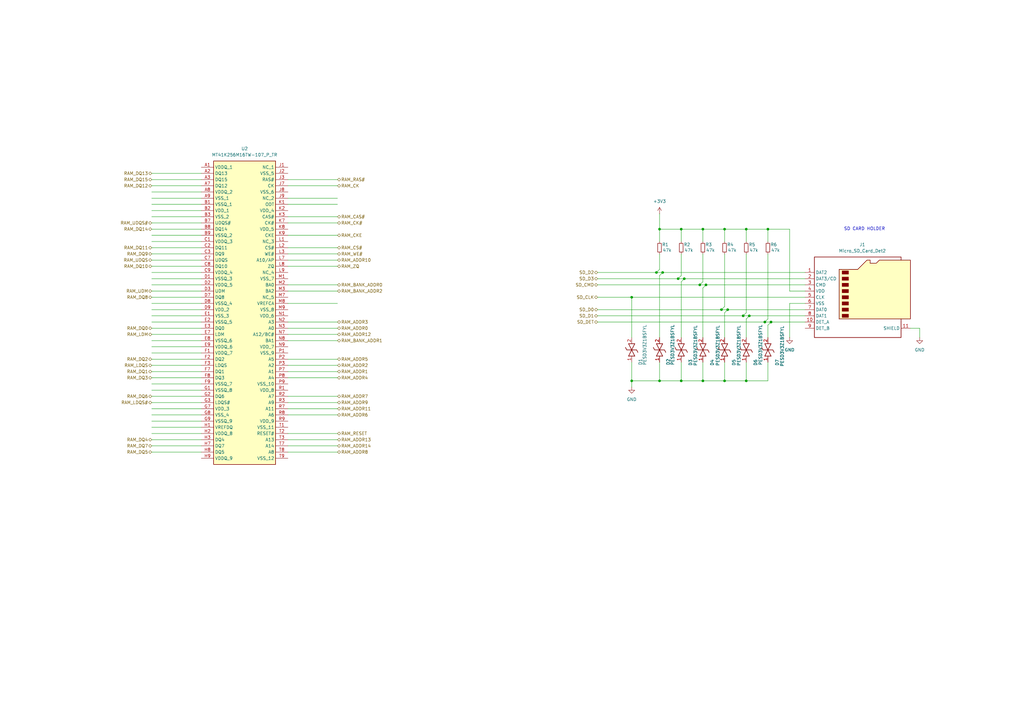
<source format=kicad_sch>
(kicad_sch (version 20231120) (generator "eeschema") (generator_version "8.0")
  (paper "A3")
  (lib_symbols
    (symbol "Chase_Diode:PESD3V3Z1BSFYL" (pin_names hide)
      (property "Reference" "D" (at 5.08 6.35 0))
      (property "Value" "PESD3V3Z1BSFYL" (at 5.08 3.81 0))
      (symbol "PESD3V3Z1BSFYL_1_1"
        (polyline (pts (xy 5.08 1.27) (xy 5.08 -1.27)) (stroke (width 0.254)))
        (polyline (pts (xy 5.08 1.27) (xy 7.62 0)) (stroke (width 0.254)))
        (polyline (pts (xy 7.62 -2.032) (xy 6.604 -2.54)) (stroke (width 0.254)))
        (polyline (pts (xy 7.62 -1.905) (xy 7.62 1.905)) (stroke (width 0.254)))
        (polyline (pts (xy 7.62 0) (xy 5.08 -1.27)) (stroke (width 0.254)))
        (polyline (pts (xy 7.62 0) (xy 10.16 1.27)) (stroke (width 0.254)))
        (polyline (pts (xy 8.636 2.54) (xy 7.62 2.032)) (stroke (width 0.254)))
        (polyline (pts (xy 10.16 -1.27) (xy 7.62 0)) (stroke (width 0.254)))
        (polyline (pts (xy 10.16 -1.27) (xy 10.16 1.27)) (stroke (width 0.254)))
        (pin passive line (at 2.54 0 0) (length 2.54) (name "K1") (number "1"))
        (pin passive line (at 12.7 0 180) (length 2.54) (name "K2") (number "2"))
      )
    )
    (symbol "Connector:Micro_SD_Card_Det2"
      (property "Reference" "J" (at -16.51 17.78 0))
      (property "Value" "Micro_SD_Card_Det2" (at 16.51 17.78 0))
      (symbol "Micro_SD_Card_Det2_0_1"
        (rectangle (start -7.62 -6.985) (end -5.08 -8.255) (stroke (width 0.254)) (fill (type outline)))
        (rectangle (start -7.62 -4.445) (end -5.08 -5.715) (stroke (width 0.254)) (fill (type outline)))
        (rectangle (start -7.62 -1.905) (end -5.08 -3.175) (stroke (width 0.254)) (fill (type outline)))
        (rectangle (start -7.62 0.635) (end -5.08 -0.635) (stroke (width 0.254)) (fill (type outline)))
        (rectangle (start -7.62 3.175) (end -5.08 1.905) (stroke (width 0.254)) (fill (type outline)))
        (rectangle (start -7.62 5.715) (end -5.08 4.445) (stroke (width 0.254)) (fill (type outline)))
        (rectangle (start -7.62 8.255) (end -5.08 6.985) (stroke (width 0.254)) (fill (type outline)))
        (rectangle (start -7.62 10.795) (end -5.08 9.525) (stroke (width 0.254)) (fill (type outline)))
        (polyline (pts (xy 16.51 15.24) (xy 16.51 16.51) (xy -19.05 16.51) (xy -19.05 -16.51) (xy 16.51 -16.51) (xy 16.51 -8.89)) (stroke (width 0.254)))
        (polyline (pts (xy -8.89 -8.89) (xy -8.89 11.43) (xy -1.27 11.43) (xy 2.54 15.24) (xy 3.81 15.24) (xy 3.81 13.97) (xy 6.35 13.97) (xy 7.62 15.24) (xy 20.32 15.24) (xy 20.32 -8.89) (xy -8.89 -8.89)) (stroke (width 0.254)) (fill (type background)))
      )
      (symbol "Micro_SD_Card_Det2_1_1"
        (pin bidirectional line (at -22.86 10.16 0) (length 3.81) (name "DAT2") (number "1"))
        (pin passive line (at -22.86 -10.16 0) (length 3.81) (name "DET_A") (number "10"))
        (pin passive line (at 20.32 -12.7 180) (length 3.81) (name "SHIELD") (number "11"))
        (pin bidirectional line (at -22.86 7.62 0) (length 3.81) (name "DAT3/CD") (number "2"))
        (pin input line (at -22.86 5.08 0) (length 3.81) (name "CMD") (number "3"))
        (pin power_in line (at -22.86 2.54 0) (length 3.81) (name "VDD") (number "4"))
        (pin input line (at -22.86 0 0) (length 3.81) (name "CLK") (number "5"))
        (pin power_in line (at -22.86 -2.54 0) (length 3.81) (name "VSS") (number "6"))
        (pin bidirectional line (at -22.86 -5.08 0) (length 3.81) (name "DAT0") (number "7"))
        (pin bidirectional line (at -22.86 -7.62 0) (length 3.81) (name "DAT1") (number "8"))
        (pin passive line (at -22.86 -12.7 0) (length 3.81) (name "DET_B") (number "9"))
      )
    )
    (symbol "Device:R_Small" (pin_numbers hide) (pin_names (offset 0.254) hide)
      (property "Reference" "R" (at 0.762 0.508 0))
      (property "Value" "R_Small" (at 0.762 -1.016 0))
      (symbol "R_Small_0_1"
        (rectangle (start -0.762 1.778) (end 0.762 -1.778) (stroke (width 0.2032)))
      )
      (symbol "R_Small_1_1"
        (pin passive line (at 0 2.54 270) (length 0.762) (name "~") (number "1"))
        (pin passive line (at 0 -2.54 90) (length 0.762) (name "~") (number "2"))
      )
    )
    (symbol "NXP_SBC:MT41K256M16TW-107_P_TR"
      (property "Reference" "U" (at 5.08 8.89 0))
      (property "Value" "MT41K256M16TW-107_P_TR" (at 5.08 6.35 0))
      (symbol "MT41K256M16TW-107_P_TR_1_1"
        (rectangle (start 5.08 2.54) (end 30.48 -121.92) (stroke (width 0.254)) (fill (type background)))
        (pin passive line (at 0 0 0) (length 5.08) (name "VDDQ_1") (number "A1"))
        (pin passive line (at 0 -2.54 0) (length 5.08) (name "DQ13") (number "A2"))
        (pin passive line (at 0 -5.08 0) (length 5.08) (name "DQ15") (number "A3"))
        (pin passive line (at 0 -7.62 0) (length 5.08) (name "DQ12") (number "A7"))
        (pin passive line (at 0 -10.16 0) (length 5.08) (name "VDDQ_2") (number "A8"))
        (pin passive line (at 0 -12.7 0) (length 5.08) (name "VSS_1") (number "A9"))
        (pin passive line (at 0 -15.24 0) (length 5.08) (name "VSSQ_1") (number "B1"))
        (pin passive line (at 0 -17.78 0) (length 5.08) (name "VDD_1") (number "B2"))
        (pin passive line (at 0 -20.32 0) (length 5.08) (name "VSS_2") (number "B3"))
        (pin passive line (at 0 -22.86 0) (length 5.08) (name "UDQS#") (number "B7"))
        (pin passive line (at 0 -25.4 0) (length 5.08) (name "DQ14") (number "B8"))
        (pin passive line (at 0 -27.94 0) (length 5.08) (name "VSSQ_2") (number "B9"))
        (pin passive line (at 0 -30.48 0) (length 5.08) (name "VDDQ_3") (number "C1"))
        (pin passive line (at 0 -33.02 0) (length 5.08) (name "DQ11") (number "C2"))
        (pin passive line (at 0 -35.56 0) (length 5.08) (name "DQ9") (number "C3"))
        (pin passive line (at 0 -38.1 0) (length 5.08) (name "UDQS") (number "C7"))
        (pin passive line (at 0 -40.64 0) (length 5.08) (name "DQ10") (number "C8"))
        (pin passive line (at 0 -43.18 0) (length 5.08) (name "VDDQ_4") (number "C9"))
        (pin passive line (at 0 -45.72 0) (length 5.08) (name "VSSQ_3") (number "D1"))
        (pin passive line (at 0 -48.26 0) (length 5.08) (name "VDDQ_5") (number "D2"))
        (pin passive line (at 0 -50.8 0) (length 5.08) (name "UDM") (number "D3"))
        (pin passive line (at 0 -53.34 0) (length 5.08) (name "DQ8") (number "D7"))
        (pin passive line (at 0 -55.88 0) (length 5.08) (name "VSSQ_4") (number "D8"))
        (pin passive line (at 0 -58.42 0) (length 5.08) (name "VDD_2") (number "D9"))
        (pin passive line (at 0 -60.96 0) (length 5.08) (name "VSS_3") (number "E1"))
        (pin passive line (at 0 -63.5 0) (length 5.08) (name "VSSQ_5") (number "E2"))
        (pin passive line (at 0 -66.04 0) (length 5.08) (name "DQ0") (number "E3"))
        (pin passive line (at 0 -68.58 0) (length 5.08) (name "LDM") (number "E7"))
        (pin passive line (at 0 -71.12 0) (length 5.08) (name "VSSQ_6") (number "E8"))
        (pin passive line (at 0 -73.66 0) (length 5.08) (name "VDDQ_6") (number "E9"))
        (pin passive line (at 0 -76.2 0) (length 5.08) (name "VDDQ_7") (number "F1"))
        (pin passive line (at 0 -78.74 0) (length 5.08) (name "DQ2") (number "F2"))
        (pin passive line (at 0 -81.28 0) (length 5.08) (name "LDQS") (number "F3"))
        (pin passive line (at 0 -83.82 0) (length 5.08) (name "DQ1") (number "F7"))
        (pin passive line (at 0 -86.36 0) (length 5.08) (name "DQ3") (number "F8"))
        (pin passive line (at 0 -88.9 0) (length 5.08) (name "VSSQ_7") (number "F9"))
        (pin passive line (at 0 -91.44 0) (length 5.08) (name "VSSQ_8") (number "G1"))
        (pin passive line (at 0 -93.98 0) (length 5.08) (name "DQ6") (number "G2"))
        (pin passive line (at 0 -96.52 0) (length 5.08) (name "LDQS#") (number "G3"))
        (pin passive line (at 0 -99.06 0) (length 5.08) (name "VDD_3") (number "G7"))
        (pin passive line (at 0 -101.6 0) (length 5.08) (name "VSS_4") (number "G8"))
        (pin passive line (at 0 -104.14 0) (length 5.08) (name "VSSQ_9") (number "G9"))
        (pin passive line (at 0 -106.68 0) (length 5.08) (name "VREFDQ") (number "H1"))
        (pin passive line (at 0 -109.22 0) (length 5.08) (name "VDDQ_8") (number "H2"))
        (pin passive line (at 0 -111.76 0) (length 5.08) (name "DQ4") (number "H3"))
        (pin passive line (at 0 -114.3 0) (length 5.08) (name "DQ7") (number "H7"))
        (pin passive line (at 0 -116.84 0) (length 5.08) (name "DQ5") (number "H8"))
        (pin passive line (at 0 -119.38 0) (length 5.08) (name "VDDQ_9") (number "H9"))
        (pin passive line (at 35.56 0 180) (length 5.08) (name "NC_1") (number "J1"))
        (pin passive line (at 35.56 -2.54 180) (length 5.08) (name "VSS_5") (number "J2"))
        (pin passive line (at 35.56 -5.08 180) (length 5.08) (name "RAS#") (number "J3"))
        (pin passive line (at 35.56 -7.62 180) (length 5.08) (name "CK") (number "J7"))
        (pin passive line (at 35.56 -10.16 180) (length 5.08) (name "VSS_6") (number "J8"))
        (pin passive line (at 35.56 -12.7 180) (length 5.08) (name "NC_2") (number "J9"))
        (pin passive line (at 35.56 -15.24 180) (length 5.08) (name "ODT") (number "K1"))
        (pin passive line (at 35.56 -17.78 180) (length 5.08) (name "VDD_4") (number "K2"))
        (pin passive line (at 35.56 -20.32 180) (length 5.08) (name "CAS#") (number "K3"))
        (pin passive line (at 35.56 -22.86 180) (length 5.08) (name "CK#") (number "K7"))
        (pin passive line (at 35.56 -25.4 180) (length 5.08) (name "VDD_5") (number "K8"))
        (pin passive line (at 35.56 -27.94 180) (length 5.08) (name "CKE") (number "K9"))
        (pin passive line (at 35.56 -30.48 180) (length 5.08) (name "NC_3") (number "L1"))
        (pin passive line (at 35.56 -33.02 180) (length 5.08) (name "CS#") (number "L2"))
        (pin passive line (at 35.56 -35.56 180) (length 5.08) (name "WE#") (number "L3"))
        (pin passive line (at 35.56 -38.1 180) (length 5.08) (name "A10/AP") (number "L7"))
        (pin passive line (at 35.56 -40.64 180) (length 5.08) (name "ZQ") (number "L8"))
        (pin passive line (at 35.56 -43.18 180) (length 5.08) (name "NC_4") (number "L9"))
        (pin passive line (at 35.56 -45.72 180) (length 5.08) (name "VSS_7") (number "M1"))
        (pin passive line (at 35.56 -48.26 180) (length 5.08) (name "BA0") (number "M2"))
        (pin passive line (at 35.56 -50.8 180) (length 5.08) (name "BA2") (number "M3"))
        (pin passive line (at 35.56 -53.34 180) (length 5.08) (name "NC_5") (number "M7"))
        (pin passive line (at 35.56 -55.88 180) (length 5.08) (name "VREFCA") (number "M8"))
        (pin passive line (at 35.56 -58.42 180) (length 5.08) (name "VSS_8") (number "M9"))
        (pin passive line (at 35.56 -60.96 180) (length 5.08) (name "VDD_6") (number "N1"))
        (pin passive line (at 35.56 -63.5 180) (length 5.08) (name "A3") (number "N2"))
        (pin passive line (at 35.56 -66.04 180) (length 5.08) (name "A0") (number "N3"))
        (pin passive line (at 35.56 -68.58 180) (length 5.08) (name "A12/BC#") (number "N7"))
        (pin passive line (at 35.56 -71.12 180) (length 5.08) (name "BA1") (number "N8"))
        (pin passive line (at 35.56 -73.66 180) (length 5.08) (name "VDD_7") (number "N9"))
        (pin passive line (at 35.56 -76.2 180) (length 5.08) (name "VSS_9") (number "P1"))
        (pin passive line (at 35.56 -78.74 180) (length 5.08) (name "A5") (number "P2"))
        (pin passive line (at 35.56 -81.28 180) (length 5.08) (name "A2") (number "P3"))
        (pin passive line (at 35.56 -83.82 180) (length 5.08) (name "A1") (number "P7"))
        (pin passive line (at 35.56 -86.36 180) (length 5.08) (name "A4") (number "P8"))
        (pin passive line (at 35.56 -88.9 180) (length 5.08) (name "VSS_10") (number "P9"))
        (pin passive line (at 35.56 -91.44 180) (length 5.08) (name "VDD_8") (number "R1"))
        (pin passive line (at 35.56 -93.98 180) (length 5.08) (name "A7") (number "R2"))
        (pin passive line (at 35.56 -96.52 180) (length 5.08) (name "A9") (number "R3"))
        (pin passive line (at 35.56 -99.06 180) (length 5.08) (name "A11") (number "R7"))
        (pin passive line (at 35.56 -101.6 180) (length 5.08) (name "A6") (number "R8"))
        (pin passive line (at 35.56 -104.14 180) (length 5.08) (name "VDD_9") (number "R9"))
        (pin passive line (at 35.56 -106.68 180) (length 5.08) (name "VSS_11") (number "T1"))
        (pin passive line (at 35.56 -109.22 180) (length 5.08) (name "RESET#") (number "T2"))
        (pin passive line (at 35.56 -111.76 180) (length 5.08) (name "A13") (number "T3"))
        (pin passive line (at 35.56 -114.3 180) (length 5.08) (name "A14") (number "T7"))
        (pin passive line (at 35.56 -116.84 180) (length 5.08) (name "A8") (number "T8"))
        (pin passive line (at 35.56 -119.38 180) (length 5.08) (name "VSS_12") (number "T9"))
      )
    )
    (symbol "power:+3V3" (power) (pin_numbers hide) (pin_names (offset 0) hide)
      (property "Value" "+3V3" (at 0 3.556 0))
      (symbol "+3V3_0_1"
        (polyline (pts (xy -0.762 1.27) (xy 0 2.54)))
        (polyline (pts (xy 0 0) (xy 0 2.54)))
        (polyline (pts (xy 0 2.54) (xy 0.762 1.27)))
      )
      (symbol "+3V3_1_1"
        (pin power_in line (at 0 0 90) (length 0) (name "~") (number "1"))
      )
    )
    (symbol "power:GND" (power) (pin_numbers hide) (pin_names (offset 0) hide)
      (property "Value" "GND" (at 0 -3.81 0))
      (symbol "GND_0_1"
        (polyline (pts (xy 0 0) (xy 0 -1.27) (xy 1.27 -1.27) (xy 0 -2.54) (xy -1.27 -1.27) (xy 0 -1.27)))
      )
      (symbol "GND_1_1"
        (pin power_in line (at 0 0 270) (length 0) (name "~") (number "1"))
      )
    )
  )
  (junction (at 306.07 156.21))
  (junction (at 297.18 156.21))
  (junction (at 288.29 93.98))
  (junction (at 295.91 127))
  (junction (at 280.67 114.3))
  (junction (at 259.08 156.21))
  (junction (at 313.69 132.08))
  (junction (at 271.78 111.76))
  (junction (at 297.18 93.98))
  (junction (at 314.96 93.98))
  (junction (at 270.51 156.21))
  (junction (at 298.45 127))
  (junction (at 269.24 111.76))
  (junction (at 278.13 114.3))
  (junction (at 279.4 156.21))
  (junction (at 316.23 132.08))
  (junction (at 279.4 93.98))
  (junction (at 307.34 129.54))
  (junction (at 288.29 156.21))
  (junction (at 306.07 93.98))
  (junction (at 270.51 93.98))
  (junction (at 289.56 116.84))
  (junction (at 287.02 116.84))
  (junction (at 304.8 129.54))
  (junction (at 259.08 121.92))
  (wire (pts (xy 118.11 116.84) (xy 138.43 116.84)))
  (wire (pts (xy 62.23 167.64) (xy 82.55 167.64)))
  (wire (pts (xy 118.11 91.44) (xy 138.43 91.44)))
  (wire (pts (xy 118.11 177.8) (xy 138.43 177.8)))
  (wire (pts (xy 377.19 134.62) (xy 377.19 138.43)))
  (wire (pts (xy 259.08 121.92) (xy 330.2 121.92)))
  (wire (pts (xy 118.11 106.68) (xy 138.43 106.68)))
  (wire (pts (xy 118.11 185.42) (xy 138.43 185.42)))
  (wire (pts (xy 62.23 124.46) (xy 82.55 124.46)))
  (wire (pts (xy 313.69 132.08) (xy 316.23 132.08)))
  (wire (pts (xy 288.29 93.98) (xy 288.29 99.06)))
  (wire (pts (xy 62.23 175.26) (xy 82.55 175.26)))
  (wire (pts (xy 62.23 81.28) (xy 82.55 81.28)))
  (wire (pts (xy 62.23 83.82) (xy 82.55 83.82)))
  (wire (pts (xy 62.23 180.34) (xy 82.55 180.34)))
  (wire (pts (xy 288.29 104.14) (xy 288.29 115.57)))
  (wire (pts (xy 270.51 148.59) (xy 270.51 156.21)))
  (wire (pts (xy 288.29 118.11) (xy 289.56 116.84)))
  (wire (pts (xy 259.08 121.92) (xy 259.08 138.43)))
  (wire (pts (xy 314.96 104.14) (xy 314.96 130.81)))
  (wire (pts (xy 288.29 138.43) (xy 288.29 118.11)))
  (wire (pts (xy 245.11 121.92) (xy 259.08 121.92)))
  (wire (pts (xy 245.11 111.76) (xy 269.24 111.76)))
  (wire (pts (xy 118.11 96.52) (xy 138.43 96.52)))
  (wire (pts (xy 297.18 128.27) (xy 298.45 127)))
  (wire (pts (xy 62.23 134.62) (xy 82.55 134.62)))
  (wire (pts (xy 278.13 114.3) (xy 280.67 114.3)))
  (wire (pts (xy 245.11 127) (xy 295.91 127)))
  (wire (pts (xy 118.11 165.1) (xy 138.43 165.1)))
  (wire (pts (xy 323.85 119.38) (xy 330.2 119.38)))
  (wire (pts (xy 118.11 81.28) (xy 138.43 81.28)))
  (wire (pts (xy 62.23 154.94) (xy 82.55 154.94)))
  (wire (pts (xy 297.18 93.98) (xy 297.18 99.06)))
  (wire (pts (xy 280.67 114.3) (xy 330.2 114.3)))
  (wire (pts (xy 62.23 106.68) (xy 82.55 106.68)))
  (wire (pts (xy 62.23 172.72) (xy 82.55 172.72)))
  (wire (pts (xy 118.11 109.22) (xy 138.43 109.22)))
  (wire (pts (xy 298.45 127) (xy 330.2 127)))
  (wire (pts (xy 118.11 73.66) (xy 138.43 73.66)))
  (wire (pts (xy 62.23 142.24) (xy 82.55 142.24)))
  (wire (pts (xy 118.11 124.46) (xy 138.43 124.46)))
  (wire (pts (xy 288.29 148.59) (xy 288.29 156.21)))
  (wire (pts (xy 314.96 130.81) (xy 313.69 132.08)))
  (wire (pts (xy 62.23 132.08) (xy 82.55 132.08)))
  (wire (pts (xy 279.4 104.14) (xy 279.4 113.03)))
  (wire (pts (xy 287.02 116.84) (xy 289.56 116.84)))
  (wire (pts (xy 279.4 156.21) (xy 288.29 156.21)))
  (wire (pts (xy 279.4 113.03) (xy 278.13 114.3)))
  (wire (pts (xy 245.11 132.08) (xy 313.69 132.08)))
  (wire (pts (xy 62.23 121.92) (xy 82.55 121.92)))
  (wire (pts (xy 62.23 76.2) (xy 82.55 76.2)))
  (wire (pts (xy 270.51 138.43) (xy 270.51 113.03)))
  (wire (pts (xy 279.4 93.98) (xy 288.29 93.98)))
  (wire (pts (xy 259.08 148.59) (xy 259.08 156.21)))
  (wire (pts (xy 270.51 156.21) (xy 279.4 156.21)))
  (wire (pts (xy 62.23 177.8) (xy 82.55 177.8)))
  (wire (pts (xy 245.11 116.84) (xy 287.02 116.84)))
  (wire (pts (xy 118.11 134.62) (xy 138.43 134.62)))
  (wire (pts (xy 289.56 116.84) (xy 330.2 116.84)))
  (wire (pts (xy 307.34 129.54) (xy 330.2 129.54)))
  (wire (pts (xy 62.23 162.56) (xy 82.55 162.56)))
  (wire (pts (xy 118.11 83.82) (xy 138.43 83.82)))
  (wire (pts (xy 323.85 93.98) (xy 323.85 119.38)))
  (wire (pts (xy 297.18 104.14) (xy 297.18 125.73)))
  (wire (pts (xy 62.23 73.66) (xy 82.55 73.66)))
  (wire (pts (xy 314.96 93.98) (xy 314.96 99.06)))
  (wire (pts (xy 118.11 149.86) (xy 138.43 149.86)))
  (wire (pts (xy 62.23 152.4) (xy 82.55 152.4)))
  (wire (pts (xy 62.23 99.06) (xy 82.55 99.06)))
  (wire (pts (xy 330.2 124.46) (xy 323.85 124.46)))
  (wire (pts (xy 270.51 110.49) (xy 269.24 111.76)))
  (wire (pts (xy 297.18 93.98) (xy 306.07 93.98)))
  (wire (pts (xy 62.23 109.22) (xy 82.55 109.22)))
  (wire (pts (xy 279.4 93.98) (xy 279.4 99.06)))
  (wire (pts (xy 118.11 119.38) (xy 138.43 119.38)))
  (wire (pts (xy 297.18 125.73) (xy 295.91 127)))
  (wire (pts (xy 62.23 129.54) (xy 82.55 129.54)))
  (wire (pts (xy 270.51 93.98) (xy 270.51 99.06)))
  (wire (pts (xy 118.11 101.6) (xy 138.43 101.6)))
  (wire (pts (xy 118.11 88.9) (xy 138.43 88.9)))
  (wire (pts (xy 270.51 87.63) (xy 270.51 93.98)))
  (wire (pts (xy 314.96 93.98) (xy 323.85 93.98)))
  (wire (pts (xy 62.23 147.32) (xy 82.55 147.32)))
  (wire (pts (xy 323.85 124.46) (xy 323.85 138.43)))
  (wire (pts (xy 316.23 132.08) (xy 330.2 132.08)))
  (wire (pts (xy 270.51 93.98) (xy 279.4 93.98)))
  (wire (pts (xy 306.07 104.14) (xy 306.07 128.27)))
  (wire (pts (xy 314.96 133.35) (xy 316.23 132.08)))
  (wire (pts (xy 118.11 180.34) (xy 138.43 180.34)))
  (wire (pts (xy 118.11 170.18) (xy 138.43 170.18)))
  (wire (pts (xy 245.11 114.3) (xy 278.13 114.3)))
  (wire (pts (xy 62.23 116.84) (xy 82.55 116.84)))
  (wire (pts (xy 62.23 88.9) (xy 82.55 88.9)))
  (wire (pts (xy 314.96 138.43) (xy 314.96 133.35)))
  (wire (pts (xy 314.96 148.59) (xy 314.96 156.21)))
  (wire (pts (xy 245.11 129.54) (xy 304.8 129.54)))
  (wire (pts (xy 279.4 148.59) (xy 279.4 156.21)))
  (wire (pts (xy 62.23 137.16) (xy 82.55 137.16)))
  (wire (pts (xy 269.24 111.76) (xy 271.78 111.76)))
  (wire (pts (xy 118.11 167.64) (xy 138.43 167.64)))
  (wire (pts (xy 62.23 144.78) (xy 82.55 144.78)))
  (wire (pts (xy 62.23 86.36) (xy 82.55 86.36)))
  (wire (pts (xy 297.18 148.59) (xy 297.18 156.21)))
  (wire (pts (xy 270.51 113.03) (xy 271.78 111.76)))
  (wire (pts (xy 62.23 185.42) (xy 82.55 185.42)))
  (wire (pts (xy 118.11 152.4) (xy 138.43 152.4)))
  (wire (pts (xy 373.38 134.62) (xy 377.19 134.62)))
  (wire (pts (xy 306.07 93.98) (xy 314.96 93.98)))
  (wire (pts (xy 306.07 130.81) (xy 307.34 129.54)))
  (wire (pts (xy 306.07 93.98) (xy 306.07 99.06)))
  (wire (pts (xy 62.23 182.88) (xy 82.55 182.88)))
  (wire (pts (xy 297.18 138.43) (xy 297.18 128.27)))
  (wire (pts (xy 62.23 111.76) (xy 82.55 111.76)))
  (wire (pts (xy 62.23 96.52) (xy 82.55 96.52)))
  (wire (pts (xy 118.11 137.16) (xy 138.43 137.16)))
  (wire (pts (xy 288.29 115.57) (xy 287.02 116.84)))
  (wire (pts (xy 288.29 93.98) (xy 297.18 93.98)))
  (wire (pts (xy 306.07 138.43) (xy 306.07 130.81)))
  (wire (pts (xy 297.18 156.21) (xy 306.07 156.21)))
  (wire (pts (xy 288.29 156.21) (xy 297.18 156.21)))
  (wire (pts (xy 62.23 104.14) (xy 82.55 104.14)))
  (wire (pts (xy 62.23 149.86) (xy 82.55 149.86)))
  (wire (pts (xy 306.07 156.21) (xy 314.96 156.21)))
  (wire (pts (xy 62.23 127) (xy 82.55 127)))
  (wire (pts (xy 62.23 157.48) (xy 82.55 157.48)))
  (wire (pts (xy 62.23 101.6) (xy 82.55 101.6)))
  (wire (pts (xy 62.23 91.44) (xy 82.55 91.44)))
  (wire (pts (xy 118.11 182.88) (xy 138.43 182.88)))
  (wire (pts (xy 118.11 162.56) (xy 138.43 162.56)))
  (wire (pts (xy 295.91 127) (xy 298.45 127)))
  (wire (pts (xy 306.07 148.59) (xy 306.07 156.21)))
  (wire (pts (xy 259.08 156.21) (xy 259.08 158.75)))
  (wire (pts (xy 118.11 104.14) (xy 138.43 104.14)))
  (wire (pts (xy 118.11 154.94) (xy 138.43 154.94)))
  (wire (pts (xy 118.11 132.08) (xy 138.43 132.08)))
  (wire (pts (xy 62.23 71.12) (xy 82.55 71.12)))
  (wire (pts (xy 62.23 139.7) (xy 82.55 139.7)))
  (wire (pts (xy 62.23 93.98) (xy 82.55 93.98)))
  (wire (pts (xy 271.78 111.76) (xy 330.2 111.76)))
  (wire (pts (xy 304.8 129.54) (xy 307.34 129.54)))
  (wire (pts (xy 62.23 78.74) (xy 82.55 78.74)))
  (wire (pts (xy 306.07 128.27) (xy 304.8 129.54)))
  (wire (pts (xy 118.11 76.2) (xy 138.43 76.2)))
  (wire (pts (xy 62.23 119.38) (xy 82.55 119.38)))
  (wire (pts (xy 62.23 170.18) (xy 82.55 170.18)))
  (wire (pts (xy 62.23 114.3) (xy 82.55 114.3)))
  (wire (pts (xy 118.11 139.7) (xy 138.43 139.7)))
  (wire (pts (xy 62.23 165.1) (xy 82.55 165.1)))
  (wire (pts (xy 118.11 147.32) (xy 138.43 147.32)))
  (wire (pts (xy 279.4 138.43) (xy 279.4 115.57)))
  (wire (pts (xy 279.4 115.57) (xy 280.67 114.3)))
  (wire (pts (xy 62.23 160.02) (xy 82.55 160.02)))
  (wire (pts (xy 270.51 104.14) (xy 270.51 110.49)))
  (wire (pts (xy 259.08 156.21) (xy 270.51 156.21)))
  (text "SD CARD HOLDER" (at 354.584 93.98 0) (effects (font (size 1.27 1.27))))
  (hierarchical_label "RAM_ADDR0" (shape bidirectional) (at 138.43 134.62 0))
  (hierarchical_label "SD_CMD" (shape bidirectional) (at 245.11 116.84 180))
  (hierarchical_label "RAM_UDM" (shape bidirectional) (at 62.23 119.38 180))
  (hierarchical_label "RAM_BANK_ADDR0" (shape bidirectional) (at 138.43 116.84 0))
  (hierarchical_label "RAM_CK" (shape bidirectional) (at 138.43 76.2 0))
  (hierarchical_label "RAM_ADDR1" (shape bidirectional) (at 138.43 152.4 0))
  (hierarchical_label "RAM_DQ1" (shape bidirectional) (at 62.23 152.4 180))
  (hierarchical_label "RAM_ADDR7" (shape bidirectional) (at 138.43 162.56 0))
  (hierarchical_label "RAM_CAS#" (shape bidirectional) (at 138.43 88.9 0))
  (hierarchical_label "RAM_DQ11" (shape bidirectional) (at 62.23 101.6 180))
  (hierarchical_label "RAM_BANK_ADDR1" (shape bidirectional) (at 138.43 139.7 0))
  (hierarchical_label "RAM_ZQ" (shape bidirectional) (at 138.43 109.22 0))
  (hierarchical_label "RAM_LDQS" (shape bidirectional) (at 62.23 149.86 180))
  (hierarchical_label "RAM_DQ0" (shape bidirectional) (at 62.23 134.62 180))
  (hierarchical_label "RAM_DQ9" (shape bidirectional) (at 62.23 104.14 180))
  (hierarchical_label "SD_D0" (shape bidirectional) (at 245.11 127 180))
  (hierarchical_label "RAM_DQ12" (shape bidirectional) (at 62.23 76.2 180))
  (hierarchical_label "RAM_BANK_ADDR2" (shape bidirectional) (at 138.43 119.38 0))
  (hierarchical_label "RAM_CS#" (shape bidirectional) (at 138.43 101.6 0))
  (hierarchical_label "RAM_DQ15" (shape bidirectional) (at 62.23 73.66 180))
  (hierarchical_label "RAM_CK#" (shape bidirectional) (at 138.43 91.44 0))
  (hierarchical_label "SD_DET" (shape bidirectional) (at 245.11 132.08 180))
  (hierarchical_label "RAM_ADDR12" (shape bidirectional) (at 138.43 137.16 0))
  (hierarchical_label "RAM_DQ10" (shape bidirectional) (at 62.23 109.22 180))
  (hierarchical_label "RAM_ADDR5" (shape bidirectional) (at 138.43 147.32 0))
  (hierarchical_label "RAM_UDQS#" (shape bidirectional) (at 62.23 91.44 180))
  (hierarchical_label "RAM_WE#" (shape bidirectional) (at 138.43 104.14 0))
  (hierarchical_label "RAM_CKE" (shape bidirectional) (at 138.43 96.52 0))
  (hierarchical_label "RAM_DQ7" (shape bidirectional) (at 62.23 182.88 180))
  (hierarchical_label "RAM_LDQS#" (shape bidirectional) (at 62.23 165.1 180))
  (hierarchical_label "SD_CLK" (shape bidirectional) (at 245.11 121.92 180))
  (hierarchical_label "RAM_RESET" (shape bidirectional) (at 138.43 177.8 0))
  (hierarchical_label "RAM_DQ2" (shape bidirectional) (at 62.23 147.32 180))
  (hierarchical_label "RAM_ADDR9" (shape bidirectional) (at 138.43 165.1 0))
  (hierarchical_label "SD_D2" (shape bidirectional) (at 245.11 111.76 180))
  (hierarchical_label "RAM_RAS#" (shape bidirectional) (at 138.43 73.66 0))
  (hierarchical_label "RAM_ADDR13" (shape bidirectional) (at 138.43 180.34 0))
  (hierarchical_label "RAM_DQ14" (shape bidirectional) (at 62.23 93.98 180))
  (hierarchical_label "RAM_ADDR10" (shape bidirectional) (at 138.43 106.68 0))
  (hierarchical_label "RAM_ADDR8" (shape bidirectional) (at 138.43 185.42 0))
  (hierarchical_label "RAM_ADDR2" (shape bidirectional) (at 138.43 149.86 0))
  (hierarchical_label "RAM_DQ4" (shape bidirectional) (at 62.23 180.34 180))
  (hierarchical_label "SD_D1" (shape bidirectional) (at 245.11 129.54 180))
  (hierarchical_label "RAM_UDQS" (shape bidirectional) (at 62.23 106.68 180))
  (hierarchical_label "RAM_DQ5" (shape bidirectional) (at 62.23 185.42 180))
  (hierarchical_label "RAM_LDM" (shape bidirectional) (at 62.23 137.16 180))
  (hierarchical_label "RAM_ADDR6" (shape bidirectional) (at 138.43 170.18 0))
  (hierarchical_label "RAM_DQ13" (shape bidirectional) (at 62.23 71.12 180))
  (hierarchical_label "RAM_ADDR4" (shape bidirectional) (at 138.43 154.94 0))
  (hierarchical_label "SD_D3" (shape bidirectional) (at 245.11 114.3 180))
  (hierarchical_label "RAM_ADDR3" (shape bidirectional) (at 138.43 132.08 0))
  (hierarchical_label "RAM_DQ3" (shape bidirectional) (at 62.23 154.94 180))
  (hierarchical_label "RAM_ADDR14" (shape bidirectional) (at 138.43 182.88 0))
  (hierarchical_label "RAM_ADDR11" (shape bidirectional) (at 138.43 167.64 0))
  (hierarchical_label "RAM_DQ8" (shape bidirectional) (at 62.23 121.92 180))
  (hierarchical_label "RAM_DQ6" (shape bidirectional) (at 62.23 162.56 180))
  (symbol (lib_id "Chase_Diode:PESD3V3Z1BSFYL") (at 314.96 151.13 90) (unit 1)
    (property "Reference" "D7" (at 318.77 147.32 0) (effects (justify right)))
    (property "Value" "PESD3V3Z1BSFYL" (at 320.802 133.604 0) (effects (justify right)))
    (property "Datasheet" "https://assets.nexperia.com/documents/data-sheet/PESD3V3Z1BSF.pdf" (effects (hide yes)))
    (property "Description" "PESD3V3Z1BSF - Extremely low capacitance bidirectional ESD protection diode" (effects (hide yes)))
    (property "Mouser Part Number" "771-PESD3V3Z1BSFYL" (effects (hide yes)))
    (property "Mouser Price/Stock" "https://www.mouser.co.uk/ProductDetail/Nexperia/PESD3V3Z1BSFYL?qs=%252BEew9%252B0nqrB3Csg8iRki7Q%3D%3D" (effects (hide yes)))
    (property "Manufacturer_Name" "Nexperia" (effects (hide yes)))
    (property "Manufacturer_Part_Number" "PESD3V3Z1BSFYL" (effects (hide yes)))
  )
  (symbol (lib_id "Device:R_Small") (at 279.4 101.6 0) (unit 1)
    (property "Reference" "R2" (at 280.416 100.33 0) (effects (justify left)))
    (property "Value" "47k" (at 280.67 102.616 0) (effects (justify left)))
    (property "Footprint" "Resistor_SMD:R_01005_0402Metric" (effects (hide yes)))
    (property "Description" "Resistor, small symbol" (effects (hide yes)))
  )
  (symbol (lib_id "power:GND") (at 259.08 158.75 0) (unit 1)
    (property "Reference" "#PWR04" (effects (hide yes)))
    (property "Value" "GND" (at 259.08 163.83 0))
    (property "Description" "Power symbol creates a global label with name \"GND\" , ground" (effects (hide yes)))
  )
  (symbol (lib_id "Device:R_Small") (at 288.29 101.6 0) (unit 1)
    (property "Reference" "R3" (at 289.306 100.33 0) (effects (justify left)))
    (property "Value" "47k" (at 289.56 102.616 0) (effects (justify left)))
    (property "Footprint" "Resistor_SMD:R_01005_0402Metric" (effects (hide yes)))
    (property "Description" "Resistor, small symbol" (effects (hide yes)))
  )
  (symbol (lib_id "Chase_Diode:PESD3V3Z1BSFYL") (at 279.4 151.13 90) (unit 1)
    (property "Reference" "D3" (at 283.21 147.32 0) (effects (justify right)))
    (property "Value" "PESD3V3Z1BSFYL" (at 285.242 133.35 0) (effects (justify right)))
    (property "Datasheet" "https://assets.nexperia.com/documents/data-sheet/PESD3V3Z1BSF.pdf" (effects (hide yes)))
    (property "Description" "PESD3V3Z1BSF - Extremely low capacitance bidirectional ESD protection diode" (effects (hide yes)))
    (property "Mouser Part Number" "771-PESD3V3Z1BSFYL" (effects (hide yes)))
    (property "Mouser Price/Stock" "https://www.mouser.co.uk/ProductDetail/Nexperia/PESD3V3Z1BSFYL?qs=%252BEew9%252B0nqrB3Csg8iRki7Q%3D%3D" (effects (hide yes)))
    (property "Manufacturer_Name" "Nexperia" (effects (hide yes)))
    (property "Manufacturer_Part_Number" "PESD3V3Z1BSFYL" (effects (hide yes)))
  )
  (symbol (lib_id "Device:R_Small") (at 270.51 101.6 0) (unit 1)
    (property "Reference" "R1" (at 271.526 100.33 0) (effects (justify left)))
    (property "Value" "47k" (at 271.78 102.616 0) (effects (justify left)))
    (property "Footprint" "Resistor_SMD:R_01005_0402Metric" (effects (hide yes)))
    (property "Description" "Resistor, small symbol" (effects (hide yes)))
  )
  (symbol (lib_id "Chase_Diode:PESD3V3Z1BSFYL") (at 270.51 151.13 90) (unit 1)
    (property "Reference" "D2" (at 274.066 147.066 0) (effects (justify right)))
    (property "Value" "PESD3V3Z1BSFYL" (at 275.844 133.096 0) (effects (justify right)))
    (property "Datasheet" "https://assets.nexperia.com/documents/data-sheet/PESD3V3Z1BSF.pdf" (effects (hide yes)))
    (property "Description" "PESD3V3Z1BSF - Extremely low capacitance bidirectional ESD protection diode" (effects (hide yes)))
    (property "Mouser Part Number" "771-PESD3V3Z1BSFYL" (effects (hide yes)))
    (property "Mouser Price/Stock" "https://www.mouser.co.uk/ProductDetail/Nexperia/PESD3V3Z1BSFYL?qs=%252BEew9%252B0nqrB3Csg8iRki7Q%3D%3D" (effects (hide yes)))
    (property "Manufacturer_Name" "Nexperia" (effects (hide yes)))
    (property "Manufacturer_Part_Number" "PESD3V3Z1BSFYL" (effects (hide yes)))
  )
  (symbol (lib_id "Chase_Diode:PESD3V3Z1BSFYL") (at 306.07 151.13 90) (unit 1)
    (property "Reference" "D6" (at 309.88 147.32 0) (effects (justify right)))
    (property "Value" "PESD3V3Z1BSFYL" (at 311.912 133.096 0) (effects (justify right)))
    (property "Datasheet" "https://assets.nexperia.com/documents/data-sheet/PESD3V3Z1BSF.pdf" (effects (hide yes)))
    (property "Description" "PESD3V3Z1BSF - Extremely low capacitance bidirectional ESD protection diode" (effects (hide yes)))
    (property "Mouser Part Number" "771-PESD3V3Z1BSFYL" (effects (hide yes)))
    (property "Mouser Price/Stock" "https://www.mouser.co.uk/ProductDetail/Nexperia/PESD3V3Z1BSFYL?qs=%252BEew9%252B0nqrB3Csg8iRki7Q%3D%3D" (effects (hide yes)))
    (property "Manufacturer_Name" "Nexperia" (effects (hide yes)))
    (property "Manufacturer_Part_Number" "PESD3V3Z1BSFYL" (effects (hide yes)))
  )
  (symbol (lib_id "Chase_Diode:PESD3V3Z1BSFYL") (at 288.29 151.13 90) (unit 1)
    (property "Reference" "D4" (at 292.1 147.32 0) (effects (justify right)))
    (property "Value" "PESD3V3Z1BSFYL" (at 294.386 133.35 0) (effects (justify right)))
    (property "Datasheet" "https://assets.nexperia.com/documents/data-sheet/PESD3V3Z1BSF.pdf" (effects (hide yes)))
    (property "Description" "PESD3V3Z1BSF - Extremely low capacitance bidirectional ESD protection diode" (effects (hide yes)))
    (property "Mouser Part Number" "771-PESD3V3Z1BSFYL" (effects (hide yes)))
    (property "Mouser Price/Stock" "https://www.mouser.co.uk/ProductDetail/Nexperia/PESD3V3Z1BSFYL?qs=%252BEew9%252B0nqrB3Csg8iRki7Q%3D%3D" (effects (hide yes)))
    (property "Manufacturer_Name" "Nexperia" (effects (hide yes)))
    (property "Manufacturer_Part_Number" "PESD3V3Z1BSFYL" (effects (hide yes)))
  )
  (symbol (lib_id "power:GND") (at 377.19 138.43 0) (unit 1)
    (property "Reference" "#PWR03" (effects (hide yes)))
    (property "Value" "GND" (at 377.19 143.51 0))
    (property "Description" "Power symbol creates a global label with name \"GND\" , ground" (effects (hide yes)))
  )
  (symbol (lib_id "Device:R_Small") (at 306.07 101.6 0) (unit 1)
    (property "Reference" "R5" (at 307.086 100.33 0) (effects (justify left)))
    (property "Value" "47k" (at 307.34 102.616 0) (effects (justify left)))
    (property "Footprint" "Resistor_SMD:R_01005_0402Metric" (effects (hide yes)))
    (property "Description" "Resistor, small symbol" (effects (hide yes)))
  )
  (symbol (lib_id "power:GND") (at 323.85 138.43 0) (unit 1)
    (property "Reference" "#PWR02" (effects (hide yes)))
    (property "Value" "GND" (at 323.85 143.51 0))
    (property "Description" "Power symbol creates a global label with name \"GND\" , ground" (effects (hide yes)))
  )
  (symbol (lib_id "Device:R_Small") (at 314.96 101.6 0) (unit 1)
    (property "Reference" "R6" (at 315.976 100.33 0) (effects (justify left)))
    (property "Value" "47k" (at 316.23 102.616 0) (effects (justify left)))
    (property "Footprint" "Resistor_SMD:R_01005_0402Metric" (effects (hide yes)))
    (property "Description" "Resistor, small symbol" (effects (hide yes)))
  )
  (symbol (lib_id "Chase_Diode:PESD3V3Z1BSFYL") (at 259.08 151.13 90) (unit 1)
    (property "Reference" "D1" (at 262.636 147.066 0) (effects (justify right)))
    (property "Value" "PESD3V3Z1BSFYL" (at 264.414 133.096 0) (effects (justify right)))
    (property "Datasheet" "https://assets.nexperia.com/documents/data-sheet/PESD3V3Z1BSF.pdf" (effects (hide yes)))
    (property "Description" "PESD3V3Z1BSF - Extremely low capacitance bidirectional ESD protection diode" (effects (hide yes)))
    (property "Mouser Part Number" "771-PESD3V3Z1BSFYL" (effects (hide yes)))
    (property "Mouser Price/Stock" "https://www.mouser.co.uk/ProductDetail/Nexperia/PESD3V3Z1BSFYL?qs=%252BEew9%252B0nqrB3Csg8iRki7Q%3D%3D" (effects (hide yes)))
    (property "Manufacturer_Name" "Nexperia" (effects (hide yes)))
    (property "Manufacturer_Part_Number" "PESD3V3Z1BSFYL" (effects (hide yes)))
  )
  (symbol (lib_id "NXP_SBC:MT41K256M16TW-107_P_TR") (at 82.55 68.58 0) (unit 1)
    (property "Reference" "U2" (at 100.33 60.96 0))
    (property "Value" "MT41K256M16TW-107_P_TR" (at 100.33 63.5 0))
    (property "Footprint" "NXP_SBC:BGA96C80P9X16_800X1400X120" (effects (hide yes)))
    (property "Datasheet" "https://media.digikey.com/pdf/Data%20Sheets/Micron%20Technology%20Inc%20PDFs/MT41K_DDR3L_4Gb_Rev.Q_Dec2017_DS.pdf" (effects (hide yes)))
    (property "Description" "DRAM DDR3 4G 256MX16 FBGA" (effects (hide yes)))
    (property "Height" "1.2" (effects (hide yes)))
    (property "Mouser Part Number" "340-265846-REEL" (effects (hide yes)))
    (property "Mouser Price/Stock" "https://www.mouser.co.uk/ProductDetail/Micron/MT41K256M16TW-107P-TR?qs=j%252B1pi9TdxUafSkKsJ9J8mQ%3D%3D" (effects (hide yes)))
    (property "Manufacturer_Name" "Micron" (effects (hide yes)))
    (property "Manufacturer_Part_Number" "MT41K256M16TW-107:P TR" (effects (hide yes)))
  )
  (symbol (lib_id "Chase_Diode:PESD3V3Z1BSFYL") (at 297.18 151.13 90) (unit 1)
    (property "Reference" "D5" (at 300.99 147.32 0) (effects (justify right)))
    (property "Value" "PESD3V3Z1BSFYL" (at 303.022 133.35 0) (effects (justify right)))
    (property "Datasheet" "https://assets.nexperia.com/documents/data-sheet/PESD3V3Z1BSF.pdf" (effects (hide yes)))
    (property "Description" "PESD3V3Z1BSF - Extremely low capacitance bidirectional ESD protection diode" (effects (hide yes)))
    (property "Mouser Part Number" "771-PESD3V3Z1BSFYL" (effects (hide yes)))
    (property "Mouser Price/Stock" "https://www.mouser.co.uk/ProductDetail/Nexperia/PESD3V3Z1BSFYL?qs=%252BEew9%252B0nqrB3Csg8iRki7Q%3D%3D" (effects (hide yes)))
    (property "Manufacturer_Name" "Nexperia" (effects (hide yes)))
    (property "Manufacturer_Part_Number" "PESD3V3Z1BSFYL" (effects (hide yes)))
  )
  (symbol (lib_id "Device:R_Small") (at 297.18 101.6 0) (unit 1)
    (property "Reference" "R4" (at 298.196 100.33 0) (effects (justify left)))
    (property "Value" "47k" (at 298.45 102.616 0) (effects (justify left)))
    (property "Footprint" "Resistor_SMD:R_01005_0402Metric" (effects (hide yes)))
    (property "Description" "Resistor, small symbol" (effects (hide yes)))
  )
  (symbol (lib_id "Connector:Micro_SD_Card_Det2") (at 353.06 121.92 0) (unit 1)
    (property "Reference" "J1" (at 353.695 100.33 0))
    (property "Value" "Micro_SD_Card_Det2" (at 353.695 102.87 0))
    (property "Footprint" "Connector_Card:microSD_HC_Molex_104031-0811" (effects (hide yes)))
    (property "Datasheet" "https://www.hirose.com/en/product/document?clcode=&productname=&series=DM3&documenttype=Catalog&lang=en&documentid=D49662_en" (effects (hide yes)))
    (property "Description" "Micro SD Card Socket with two card detection pins" (effects (hide yes)))
  )
  (symbol (lib_id "power:+3V3") (at 270.51 87.63 0) (unit 1)
    (property "Reference" "#PWR01" (effects (hide yes)))
    (property "Value" "+3V3" (at 270.51 82.55 0))
    (property "Description" "Power symbol creates a global label with name \"+3V3\"" (effects (hide yes)))
  )
)
</source>
